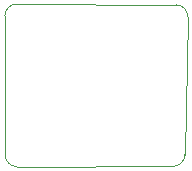
<source format=gm1>
%TF.GenerationSoftware,KiCad,Pcbnew,(6.0.5)*%
%TF.CreationDate,2022-06-13T10:30:57+10:00*%
%TF.ProjectId,1-Chip,312d4368-6970-42e6-9b69-6361645f7063,3.2*%
%TF.SameCoordinates,Original*%
%TF.FileFunction,Profile,NP*%
%FSLAX46Y46*%
G04 Gerber Fmt 4.6, Leading zero omitted, Abs format (unit mm)*
G04 Created by KiCad (PCBNEW (6.0.5)) date 2022-06-13 10:30:57*
%MOMM*%
%LPD*%
G01*
G04 APERTURE LIST*
%TA.AperFunction,Profile*%
%ADD10C,0.050000*%
%TD*%
%TA.AperFunction,Profile*%
%ADD11C,0.010000*%
%TD*%
G04 APERTURE END LIST*
D10*
X134104000Y-95957107D02*
X134128000Y-107720000D01*
X149590000Y-96012000D02*
X149336000Y-107704000D01*
X135128000Y-108720000D02*
X148336000Y-108704000D01*
X148590000Y-95012000D02*
X135104000Y-94957107D01*
D11*
X135104000Y-94957100D02*
G75*
G03*
X134104000Y-95957107I0J-1000000D01*
G01*
X134128000Y-107720000D02*
G75*
G03*
X135128000Y-108720000I1000000J0D01*
G01*
X148336000Y-108704000D02*
G75*
G03*
X149336000Y-107704000I0J1000000D01*
G01*
X149590000Y-96012000D02*
G75*
G03*
X148590000Y-95012000I-1000000J0D01*
G01*
M02*

</source>
